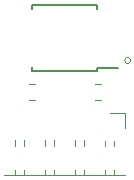
<source format=gbr>
G04 #@! TF.GenerationSoftware,KiCad,Pcbnew,(5.1.5-0-10_14)*
G04 #@! TF.CreationDate,2020-05-05T19:25:00-07:00*
G04 #@! TF.ProjectId,N64 UltraCIC II Breakout,4e363420-556c-4747-9261-434943204949,rev?*
G04 #@! TF.SameCoordinates,Original*
G04 #@! TF.FileFunction,Legend,Top*
G04 #@! TF.FilePolarity,Positive*
%FSLAX46Y46*%
G04 Gerber Fmt 4.6, Leading zero omitted, Abs format (unit mm)*
G04 Created by KiCad (PCBNEW (5.1.5-0-10_14)) date 2020-05-05 19:25:00*
%MOMM*%
%LPD*%
G04 APERTURE LIST*
%ADD10C,0.120000*%
%ADD11C,0.150000*%
G04 APERTURE END LIST*
D10*
X159258000Y-108585000D02*
G75*
G03X159258000Y-108585000I-254000J0D01*
G01*
X158750000Y-113030000D02*
X158750000Y-114300000D01*
X157480000Y-113030000D02*
X158750000Y-113030000D01*
X149480000Y-115342929D02*
X149480000Y-115797071D01*
X150240000Y-115342929D02*
X150240000Y-115797071D01*
X149480000Y-117882929D02*
X149480000Y-118280000D01*
X150240000Y-117882929D02*
X150240000Y-118280000D01*
X152020000Y-115342929D02*
X152020000Y-115797071D01*
X152780000Y-115342929D02*
X152780000Y-115797071D01*
X152020000Y-117882929D02*
X152020000Y-118280000D01*
X152780000Y-117882929D02*
X152780000Y-118280000D01*
X154560000Y-115342929D02*
X154560000Y-115797071D01*
X155320000Y-115342929D02*
X155320000Y-115797071D01*
X154560000Y-117882929D02*
X154560000Y-118280000D01*
X155320000Y-117882929D02*
X155320000Y-118280000D01*
X157100000Y-115410000D02*
X157100000Y-115797071D01*
X157860000Y-115410000D02*
X157860000Y-115797071D01*
X157100000Y-117882929D02*
X157100000Y-118280000D01*
X157860000Y-117882929D02*
X157860000Y-118280000D01*
X158810000Y-118280000D02*
X148530000Y-118280000D01*
D11*
X156420000Y-109230000D02*
X158170000Y-109230000D01*
X156420000Y-103925000D02*
X150920000Y-103925000D01*
X156420000Y-109435000D02*
X150920000Y-109435000D01*
X156420000Y-103925000D02*
X156420000Y-104225000D01*
X150920000Y-103925000D02*
X150920000Y-104225000D01*
X150920000Y-109435000D02*
X150920000Y-109135000D01*
X156420000Y-109435000D02*
X156420000Y-109230000D01*
D10*
X156722578Y-110542000D02*
X156205422Y-110542000D01*
X156722578Y-111962000D02*
X156205422Y-111962000D01*
X150617422Y-111962000D02*
X151134578Y-111962000D01*
X150617422Y-110542000D02*
X151134578Y-110542000D01*
M02*

</source>
